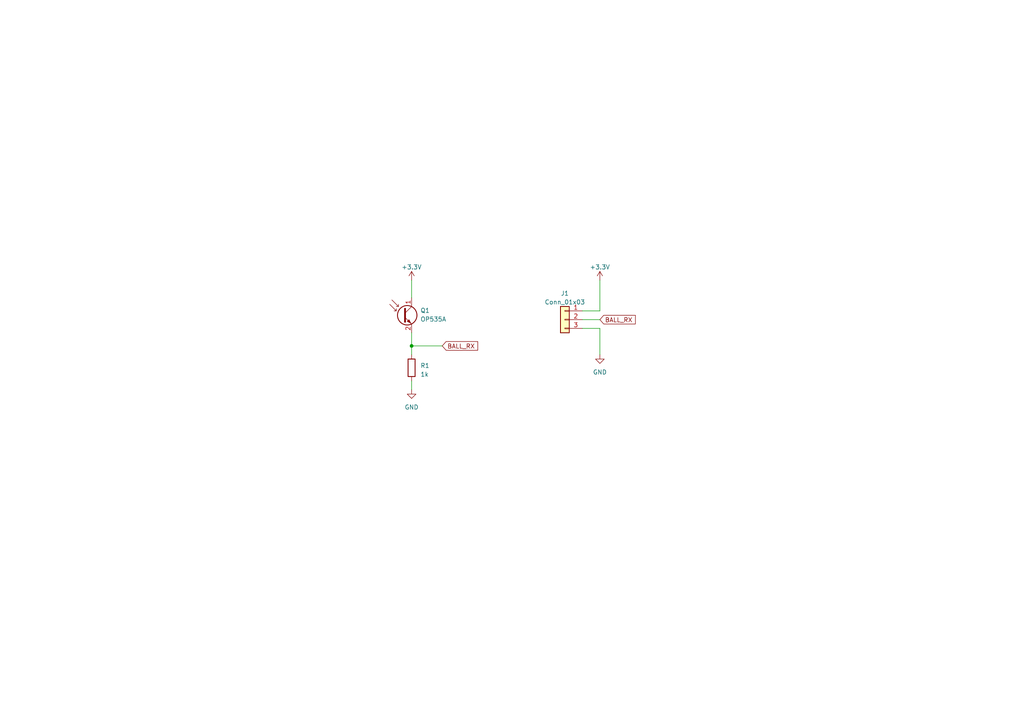
<source format=kicad_sch>
(kicad_sch (version 20230121) (generator eeschema)
  (paper "A4")
  (lib_symbols
    (symbol "Connector_Generic:Conn_01x03" (pin_names (offset 1.016) hide)
      (property "Reference" "J" (at 0 5.08 0))
      (property "Value" "Conn_01x03" (at 0 -5.08 0))
      (symbol "Conn_01x03_1_1"
        (rectangle (start -1.27 -2.413) (end 0 -2.667) (stroke (width 0.1524)))
        (rectangle (start -1.27 0.127) (end 0 -0.127) (stroke (width 0.1524)))
        (rectangle (start -1.27 2.667) (end 0 2.413) (stroke (width 0.1524)))
        (rectangle (start -1.27 3.81) (end 1.27 -3.81) (stroke (width 0.254)) (fill (type background)))
        (pin passive line (at -5.08 2.54 0) (length 3.81) (name "Pin_1") (number "1"))
        (pin passive line (at -5.08 0 0) (length 3.81) (name "Pin_2") (number "2"))
        (pin passive line (at -5.08 -2.54 0) (length 3.81) (name "Pin_3") (number "3"))
      )
    )
    (symbol "Device:Q_Photo_NPN" (pin_names (offset 0) hide)
      (property "Reference" "Q" (at 5.08 1.27 0))
      (property "Value" "Q_Photo_NPN" (at 5.08 -1.27 0))
      (symbol "Q_Photo_NPN_0_1"
        (polyline (pts (xy -1.905 1.27) (xy -2.54 1.27)))
        (polyline (pts (xy -1.27 2.54) (xy -1.905 2.54)))
        (polyline (pts (xy 0.635 0.635) (xy 2.54 2.54)))
        (polyline (pts (xy -3.81 3.175) (xy -1.905 1.27) (xy -1.905 1.905)))
        (polyline (pts (xy -3.175 4.445) (xy -1.27 2.54) (xy -1.27 3.175)))
        (polyline (pts (xy 0.635 -0.635) (xy 2.54 -2.54) (xy 2.54 -2.54)))
        (polyline (pts (xy 0.635 1.905) (xy 0.635 -1.905) (xy 0.635 -1.905)) (stroke (width 0.508)))
        (polyline (pts (xy 1.27 -1.778) (xy 1.778 -1.27) (xy 2.286 -2.286) (xy 1.27 -1.778) (xy 1.27 -1.778)) (fill (type outline)))
        (circle (center 1.27 0) (radius 2.8194) (stroke (width 0.254)))
      )
      (symbol "Q_Photo_NPN_1_1"
        (pin passive line (at 2.54 5.08 270) (length 2.54) (name "C") (number "1"))
        (pin passive line (at 2.54 -5.08 90) (length 2.54) (name "E") (number "2"))
      )
    )
    (symbol "Device:R" (pin_numbers hide) (pin_names (offset 0))
      (property "Reference" "R" (at 2.032 0 90))
      (property "Value" "R" (at 0 0 90))
      (symbol "R_0_1"
        (rectangle (start -1.016 -2.54) (end 1.016 2.54) (stroke (width 0.254)))
      )
      (symbol "R_1_1"
        (pin passive line (at 0 3.81 270) (length 1.27) (name "~") (number "1"))
        (pin passive line (at 0 -3.81 90) (length 1.27) (name "~") (number "2"))
      )
    )
    (symbol "power:+3.3V" (power) (pin_names (offset 0))
      (property "Value" "+3.3V" (at 0 3.556 0))
      (symbol "+3.3V_0_1"
        (polyline (pts (xy -0.762 1.27) (xy 0 2.54)))
        (polyline (pts (xy 0 0) (xy 0 2.54)))
        (polyline (pts (xy 0 2.54) (xy 0.762 1.27)))
      )
      (symbol "+3.3V_1_1"
        (pin power_in line (at 0 0 90) (length 0) hide (name "+3.3V") (number "1"))
      )
    )
    (symbol "power:GND" (power) (pin_names (offset 0))
      (property "Value" "GND" (at 0 -3.81 0))
      (symbol "GND_0_1"
        (polyline (pts (xy 0 0) (xy 0 -1.27) (xy 1.27 -1.27) (xy 0 -2.54) (xy -1.27 -1.27) (xy 0 -1.27)))
      )
      (symbol "GND_1_1"
        (pin power_in line (at 0 0 270) (length 0) hide (name "GND") (number "1"))
      )
    )
  )
  (junction (at 119.38 100.33))
  (wire (pts (xy 119.38 100.33) (xy 119.38 102.87)))
  (wire (pts (xy 168.91 92.71) (xy 173.99 92.71)))
  (wire (pts (xy 173.99 95.25) (xy 173.99 102.87)))
  (wire (pts (xy 119.38 96.52) (xy 119.38 100.33)))
  (wire (pts (xy 168.91 90.17) (xy 173.99 90.17)))
  (wire (pts (xy 119.38 100.33) (xy 128.27 100.33)))
  (wire (pts (xy 119.38 110.49) (xy 119.38 113.03)))
  (wire (pts (xy 119.38 81.28) (xy 119.38 86.36)))
  (wire (pts (xy 168.91 95.25) (xy 173.99 95.25)))
  (wire (pts (xy 173.99 90.17) (xy 173.99 81.28)))
  (global_label "BALL_RX" (shape input) (at 128.27 100.33 0) (property "Intersheetrefs" "${INTERSHEET_REFS}" (effects hide)))
  (global_label "BALL_RX" (shape input) (at 173.99 92.71 0) (property "Intersheetrefs" "${INTERSHEET_REFS}" (effects hide)))
  (symbol (lib_id "power:+3.3V") (at 173.99 81.28 0) (unit 1)
    (property "Reference" "#PWR01" (effects hide))
    (property "Value" "+3.3V" (at 173.99 77.47 0))
  )
  (symbol (lib_id "power:GND") (at 119.38 113.03 0) (unit 1)
    (property "Reference" "#PWR04" (effects hide))
    (property "Value" "GND" (at 119.38 118.11 0))
  )
  (symbol (lib_id "power:GND") (at 173.99 102.87 0) (unit 1)
    (property "Reference" "#PWR02" (effects hide))
    (property "Value" "GND" (at 173.99 107.95 0))
  )
  (symbol (lib_id "Connector_Generic:Conn_01x03") (at 163.83 92.71 0) (mirror y) (unit 1)
    (property "Reference" "J1" (at 163.83 85.09 0))
    (property "Value" "Conn_01x03" (at 163.83 87.63 0))
    (property "Footprint" "Connector_JST:JST_SH_SM03B-SRSS-TB_1x03-1MP_P1.00mm_Horizontal" (effects hide))
  )
  (symbol (lib_id "Device:R") (at 119.38 106.68 0) (unit 1)
    (property "Reference" "R1" (at 121.92 106.045 0) (effects (justify left)))
    (property "Value" "1k" (at 121.92 108.585 0) (effects (justify left)))
  )
  (symbol (lib_id "Device:Q_Photo_NPN") (at 116.84 91.44 0) (unit 1)
    (property "Reference" "Q1" (at 121.92 90.0557 0) (effects (justify left)))
    (property "Value" "OP535A" (at 121.92 92.5957 0) (effects (justify left)))
    (property "Footprint" "LED_THT:LED_D3.0mm" (effects hide))
  )
  (symbol (lib_id "power:+3.3V") (at 119.38 81.28 0) (unit 1)
    (property "Reference" "#PWR03" (effects hide))
    (property "Value" "+3.3V" (at 119.38 77.47 0))
  )
)
</source>
